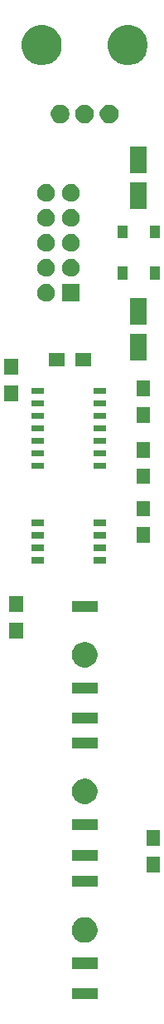
<source format=gbr>
G04 #@! TF.GenerationSoftware,KiCad,Pcbnew,(5.1.5)-3*
G04 #@! TF.CreationDate,2020-05-13T21:41:15+01:00*
G04 #@! TF.ProjectId,Ringo,52696e67-6f2e-46b6-9963-61645f706362,rev?*
G04 #@! TF.SameCoordinates,Original*
G04 #@! TF.FileFunction,Soldermask,Top*
G04 #@! TF.FilePolarity,Negative*
%FSLAX46Y46*%
G04 Gerber Fmt 4.6, Leading zero omitted, Abs format (unit mm)*
G04 Created by KiCad (PCBNEW (5.1.5)-3) date 2020-05-13 21:41:15*
%MOMM*%
%LPD*%
G04 APERTURE LIST*
%ADD10C,0.100000*%
G04 APERTURE END LIST*
D10*
G36*
X146801000Y-145531000D02*
G01*
X144199000Y-145531000D01*
X144199000Y-144429000D01*
X146801000Y-144429000D01*
X146801000Y-145531000D01*
G37*
G36*
X146801000Y-142431000D02*
G01*
X144199000Y-142431000D01*
X144199000Y-141329000D01*
X146801000Y-141329000D01*
X146801000Y-142431000D01*
G37*
G36*
X145879487Y-137248996D02*
G01*
X146116253Y-137347068D01*
X146116255Y-137347069D01*
X146329339Y-137489447D01*
X146510553Y-137670661D01*
X146652932Y-137883747D01*
X146751004Y-138120513D01*
X146801000Y-138371861D01*
X146801000Y-138628139D01*
X146751004Y-138879487D01*
X146652932Y-139116253D01*
X146652931Y-139116255D01*
X146510553Y-139329339D01*
X146329339Y-139510553D01*
X146116255Y-139652931D01*
X146116254Y-139652932D01*
X146116253Y-139652932D01*
X145879487Y-139751004D01*
X145628139Y-139801000D01*
X145371861Y-139801000D01*
X145120513Y-139751004D01*
X144883747Y-139652932D01*
X144883746Y-139652932D01*
X144883745Y-139652931D01*
X144670661Y-139510553D01*
X144489447Y-139329339D01*
X144347069Y-139116255D01*
X144347068Y-139116253D01*
X144248996Y-138879487D01*
X144199000Y-138628139D01*
X144199000Y-138371861D01*
X144248996Y-138120513D01*
X144347068Y-137883747D01*
X144489447Y-137670661D01*
X144670661Y-137489447D01*
X144883745Y-137347069D01*
X144883747Y-137347068D01*
X145120513Y-137248996D01*
X145371861Y-137199000D01*
X145628139Y-137199000D01*
X145879487Y-137248996D01*
G37*
G36*
X146801000Y-134131000D02*
G01*
X144199000Y-134131000D01*
X144199000Y-133029000D01*
X146801000Y-133029000D01*
X146801000Y-134131000D01*
G37*
G36*
X153201000Y-132651000D02*
G01*
X151799000Y-132651000D01*
X151799000Y-131049000D01*
X153201000Y-131049000D01*
X153201000Y-132651000D01*
G37*
G36*
X146801000Y-131431000D02*
G01*
X144199000Y-131431000D01*
X144199000Y-130329000D01*
X146801000Y-130329000D01*
X146801000Y-131431000D01*
G37*
G36*
X153201000Y-129951000D02*
G01*
X151799000Y-129951000D01*
X151799000Y-128349000D01*
X153201000Y-128349000D01*
X153201000Y-129951000D01*
G37*
G36*
X146801000Y-128331000D02*
G01*
X144199000Y-128331000D01*
X144199000Y-127229000D01*
X146801000Y-127229000D01*
X146801000Y-128331000D01*
G37*
G36*
X145879487Y-123148996D02*
G01*
X146116253Y-123247068D01*
X146116255Y-123247069D01*
X146329339Y-123389447D01*
X146510553Y-123570661D01*
X146652932Y-123783747D01*
X146751004Y-124020513D01*
X146801000Y-124271861D01*
X146801000Y-124528139D01*
X146751004Y-124779487D01*
X146652932Y-125016253D01*
X146652931Y-125016255D01*
X146510553Y-125229339D01*
X146329339Y-125410553D01*
X146116255Y-125552931D01*
X146116254Y-125552932D01*
X146116253Y-125552932D01*
X145879487Y-125651004D01*
X145628139Y-125701000D01*
X145371861Y-125701000D01*
X145120513Y-125651004D01*
X144883747Y-125552932D01*
X144883746Y-125552932D01*
X144883745Y-125552931D01*
X144670661Y-125410553D01*
X144489447Y-125229339D01*
X144347069Y-125016255D01*
X144347068Y-125016253D01*
X144248996Y-124779487D01*
X144199000Y-124528139D01*
X144199000Y-124271861D01*
X144248996Y-124020513D01*
X144347068Y-123783747D01*
X144489447Y-123570661D01*
X144670661Y-123389447D01*
X144883745Y-123247069D01*
X144883747Y-123247068D01*
X145120513Y-123148996D01*
X145371861Y-123099000D01*
X145628139Y-123099000D01*
X145879487Y-123148996D01*
G37*
G36*
X146801000Y-120031000D02*
G01*
X144199000Y-120031000D01*
X144199000Y-118929000D01*
X146801000Y-118929000D01*
X146801000Y-120031000D01*
G37*
G36*
X146801000Y-117531000D02*
G01*
X144199000Y-117531000D01*
X144199000Y-116429000D01*
X146801000Y-116429000D01*
X146801000Y-117531000D01*
G37*
G36*
X146801000Y-114431000D02*
G01*
X144199000Y-114431000D01*
X144199000Y-113329000D01*
X146801000Y-113329000D01*
X146801000Y-114431000D01*
G37*
G36*
X145879487Y-109248996D02*
G01*
X146116253Y-109347068D01*
X146116255Y-109347069D01*
X146329339Y-109489447D01*
X146510553Y-109670661D01*
X146652932Y-109883747D01*
X146751004Y-110120513D01*
X146801000Y-110371861D01*
X146801000Y-110628139D01*
X146751004Y-110879487D01*
X146652932Y-111116253D01*
X146652931Y-111116255D01*
X146510553Y-111329339D01*
X146329339Y-111510553D01*
X146116255Y-111652931D01*
X146116254Y-111652932D01*
X146116253Y-111652932D01*
X145879487Y-111751004D01*
X145628139Y-111801000D01*
X145371861Y-111801000D01*
X145120513Y-111751004D01*
X144883747Y-111652932D01*
X144883746Y-111652932D01*
X144883745Y-111652931D01*
X144670661Y-111510553D01*
X144489447Y-111329339D01*
X144347069Y-111116255D01*
X144347068Y-111116253D01*
X144248996Y-110879487D01*
X144199000Y-110628139D01*
X144199000Y-110371861D01*
X144248996Y-110120513D01*
X144347068Y-109883747D01*
X144489447Y-109670661D01*
X144670661Y-109489447D01*
X144883745Y-109347069D01*
X144883747Y-109347068D01*
X145120513Y-109248996D01*
X145371861Y-109199000D01*
X145628139Y-109199000D01*
X145879487Y-109248996D01*
G37*
G36*
X139201000Y-108851000D02*
G01*
X137799000Y-108851000D01*
X137799000Y-107249000D01*
X139201000Y-107249000D01*
X139201000Y-108851000D01*
G37*
G36*
X139201000Y-106151000D02*
G01*
X137799000Y-106151000D01*
X137799000Y-104549000D01*
X139201000Y-104549000D01*
X139201000Y-106151000D01*
G37*
G36*
X146801000Y-106131000D02*
G01*
X144199000Y-106131000D01*
X144199000Y-105029000D01*
X146801000Y-105029000D01*
X146801000Y-106131000D01*
G37*
G36*
X147697500Y-101210000D02*
G01*
X146452500Y-101210000D01*
X146452500Y-100600000D01*
X147697500Y-100600000D01*
X147697500Y-101210000D01*
G37*
G36*
X141347500Y-101210000D02*
G01*
X140102500Y-101210000D01*
X140102500Y-100600000D01*
X141347500Y-100600000D01*
X141347500Y-101210000D01*
G37*
G36*
X147697500Y-99940000D02*
G01*
X146452500Y-99940000D01*
X146452500Y-99330000D01*
X147697500Y-99330000D01*
X147697500Y-99940000D01*
G37*
G36*
X141347500Y-99940000D02*
G01*
X140102500Y-99940000D01*
X140102500Y-99330000D01*
X141347500Y-99330000D01*
X141347500Y-99940000D01*
G37*
G36*
X152201000Y-99151000D02*
G01*
X150799000Y-99151000D01*
X150799000Y-97549000D01*
X152201000Y-97549000D01*
X152201000Y-99151000D01*
G37*
G36*
X141347500Y-98670000D02*
G01*
X140102500Y-98670000D01*
X140102500Y-98060000D01*
X141347500Y-98060000D01*
X141347500Y-98670000D01*
G37*
G36*
X147697500Y-98670000D02*
G01*
X146452500Y-98670000D01*
X146452500Y-98060000D01*
X147697500Y-98060000D01*
X147697500Y-98670000D01*
G37*
G36*
X141347500Y-97400000D02*
G01*
X140102500Y-97400000D01*
X140102500Y-96790000D01*
X141347500Y-96790000D01*
X141347500Y-97400000D01*
G37*
G36*
X147697500Y-97400000D02*
G01*
X146452500Y-97400000D01*
X146452500Y-96790000D01*
X147697500Y-96790000D01*
X147697500Y-97400000D01*
G37*
G36*
X152201000Y-96451000D02*
G01*
X150799000Y-96451000D01*
X150799000Y-94849000D01*
X152201000Y-94849000D01*
X152201000Y-96451000D01*
G37*
G36*
X152201000Y-93151000D02*
G01*
X150799000Y-93151000D01*
X150799000Y-91549000D01*
X152201000Y-91549000D01*
X152201000Y-93151000D01*
G37*
G36*
X141320500Y-91615000D02*
G01*
X140075500Y-91615000D01*
X140075500Y-91005000D01*
X141320500Y-91005000D01*
X141320500Y-91615000D01*
G37*
G36*
X147670500Y-91615000D02*
G01*
X146425500Y-91615000D01*
X146425500Y-91005000D01*
X147670500Y-91005000D01*
X147670500Y-91615000D01*
G37*
G36*
X152201000Y-90451000D02*
G01*
X150799000Y-90451000D01*
X150799000Y-88849000D01*
X152201000Y-88849000D01*
X152201000Y-90451000D01*
G37*
G36*
X147670500Y-90345000D02*
G01*
X146425500Y-90345000D01*
X146425500Y-89735000D01*
X147670500Y-89735000D01*
X147670500Y-90345000D01*
G37*
G36*
X141320500Y-90345000D02*
G01*
X140075500Y-90345000D01*
X140075500Y-89735000D01*
X141320500Y-89735000D01*
X141320500Y-90345000D01*
G37*
G36*
X147670500Y-89075000D02*
G01*
X146425500Y-89075000D01*
X146425500Y-88465000D01*
X147670500Y-88465000D01*
X147670500Y-89075000D01*
G37*
G36*
X141320500Y-89075000D02*
G01*
X140075500Y-89075000D01*
X140075500Y-88465000D01*
X141320500Y-88465000D01*
X141320500Y-89075000D01*
G37*
G36*
X147670500Y-87805000D02*
G01*
X146425500Y-87805000D01*
X146425500Y-87195000D01*
X147670500Y-87195000D01*
X147670500Y-87805000D01*
G37*
G36*
X141320500Y-87805000D02*
G01*
X140075500Y-87805000D01*
X140075500Y-87195000D01*
X141320500Y-87195000D01*
X141320500Y-87805000D01*
G37*
G36*
X152201000Y-86951000D02*
G01*
X150799000Y-86951000D01*
X150799000Y-85349000D01*
X152201000Y-85349000D01*
X152201000Y-86951000D01*
G37*
G36*
X141320500Y-86535000D02*
G01*
X140075500Y-86535000D01*
X140075500Y-85925000D01*
X141320500Y-85925000D01*
X141320500Y-86535000D01*
G37*
G36*
X147670500Y-86535000D02*
G01*
X146425500Y-86535000D01*
X146425500Y-85925000D01*
X147670500Y-85925000D01*
X147670500Y-86535000D01*
G37*
G36*
X147670500Y-85265000D02*
G01*
X146425500Y-85265000D01*
X146425500Y-84655000D01*
X147670500Y-84655000D01*
X147670500Y-85265000D01*
G37*
G36*
X141320500Y-85265000D02*
G01*
X140075500Y-85265000D01*
X140075500Y-84655000D01*
X141320500Y-84655000D01*
X141320500Y-85265000D01*
G37*
G36*
X138701000Y-84751000D02*
G01*
X137299000Y-84751000D01*
X137299000Y-83149000D01*
X138701000Y-83149000D01*
X138701000Y-84751000D01*
G37*
G36*
X152201000Y-84251000D02*
G01*
X150799000Y-84251000D01*
X150799000Y-82649000D01*
X152201000Y-82649000D01*
X152201000Y-84251000D01*
G37*
G36*
X141320500Y-83995000D02*
G01*
X140075500Y-83995000D01*
X140075500Y-83385000D01*
X141320500Y-83385000D01*
X141320500Y-83995000D01*
G37*
G36*
X147670500Y-83995000D02*
G01*
X146425500Y-83995000D01*
X146425500Y-83385000D01*
X147670500Y-83385000D01*
X147670500Y-83995000D01*
G37*
G36*
X138701000Y-82051000D02*
G01*
X137299000Y-82051000D01*
X137299000Y-80449000D01*
X138701000Y-80449000D01*
X138701000Y-82051000D01*
G37*
G36*
X143451000Y-81201000D02*
G01*
X141849000Y-81201000D01*
X141849000Y-79799000D01*
X143451000Y-79799000D01*
X143451000Y-81201000D01*
G37*
G36*
X146151000Y-81201000D02*
G01*
X144549000Y-81201000D01*
X144549000Y-79799000D01*
X146151000Y-79799000D01*
X146151000Y-81201000D01*
G37*
G36*
X151851000Y-80551000D02*
G01*
X150149000Y-80551000D01*
X150149000Y-77849000D01*
X151851000Y-77849000D01*
X151851000Y-80551000D01*
G37*
G36*
X151851000Y-76951000D02*
G01*
X150149000Y-76951000D01*
X150149000Y-74249000D01*
X151851000Y-74249000D01*
X151851000Y-76951000D01*
G37*
G36*
X141673512Y-72803927D02*
G01*
X141822812Y-72833624D01*
X141986784Y-72901544D01*
X142134354Y-73000147D01*
X142259853Y-73125646D01*
X142358456Y-73273216D01*
X142426376Y-73437188D01*
X142461000Y-73611259D01*
X142461000Y-73788741D01*
X142426376Y-73962812D01*
X142358456Y-74126784D01*
X142259853Y-74274354D01*
X142134354Y-74399853D01*
X141986784Y-74498456D01*
X141822812Y-74566376D01*
X141673512Y-74596073D01*
X141648742Y-74601000D01*
X141471258Y-74601000D01*
X141446488Y-74596073D01*
X141297188Y-74566376D01*
X141133216Y-74498456D01*
X140985646Y-74399853D01*
X140860147Y-74274354D01*
X140761544Y-74126784D01*
X140693624Y-73962812D01*
X140659000Y-73788741D01*
X140659000Y-73611259D01*
X140693624Y-73437188D01*
X140761544Y-73273216D01*
X140860147Y-73125646D01*
X140985646Y-73000147D01*
X141133216Y-72901544D01*
X141297188Y-72833624D01*
X141446488Y-72803927D01*
X141471258Y-72799000D01*
X141648742Y-72799000D01*
X141673512Y-72803927D01*
G37*
G36*
X145001000Y-74601000D02*
G01*
X143199000Y-74601000D01*
X143199000Y-72799000D01*
X145001000Y-72799000D01*
X145001000Y-74601000D01*
G37*
G36*
X153151000Y-72351000D02*
G01*
X152149000Y-72351000D01*
X152149000Y-71049000D01*
X153151000Y-71049000D01*
X153151000Y-72351000D01*
G37*
G36*
X149851000Y-72351000D02*
G01*
X148849000Y-72351000D01*
X148849000Y-71049000D01*
X149851000Y-71049000D01*
X149851000Y-72351000D01*
G37*
G36*
X144213512Y-70263927D02*
G01*
X144362812Y-70293624D01*
X144526784Y-70361544D01*
X144674354Y-70460147D01*
X144799853Y-70585646D01*
X144898456Y-70733216D01*
X144966376Y-70897188D01*
X145001000Y-71071259D01*
X145001000Y-71248741D01*
X144966376Y-71422812D01*
X144898456Y-71586784D01*
X144799853Y-71734354D01*
X144674354Y-71859853D01*
X144526784Y-71958456D01*
X144362812Y-72026376D01*
X144213512Y-72056073D01*
X144188742Y-72061000D01*
X144011258Y-72061000D01*
X143986488Y-72056073D01*
X143837188Y-72026376D01*
X143673216Y-71958456D01*
X143525646Y-71859853D01*
X143400147Y-71734354D01*
X143301544Y-71586784D01*
X143233624Y-71422812D01*
X143199000Y-71248741D01*
X143199000Y-71071259D01*
X143233624Y-70897188D01*
X143301544Y-70733216D01*
X143400147Y-70585646D01*
X143525646Y-70460147D01*
X143673216Y-70361544D01*
X143837188Y-70293624D01*
X143986488Y-70263927D01*
X144011258Y-70259000D01*
X144188742Y-70259000D01*
X144213512Y-70263927D01*
G37*
G36*
X141673512Y-70263927D02*
G01*
X141822812Y-70293624D01*
X141986784Y-70361544D01*
X142134354Y-70460147D01*
X142259853Y-70585646D01*
X142358456Y-70733216D01*
X142426376Y-70897188D01*
X142461000Y-71071259D01*
X142461000Y-71248741D01*
X142426376Y-71422812D01*
X142358456Y-71586784D01*
X142259853Y-71734354D01*
X142134354Y-71859853D01*
X141986784Y-71958456D01*
X141822812Y-72026376D01*
X141673512Y-72056073D01*
X141648742Y-72061000D01*
X141471258Y-72061000D01*
X141446488Y-72056073D01*
X141297188Y-72026376D01*
X141133216Y-71958456D01*
X140985646Y-71859853D01*
X140860147Y-71734354D01*
X140761544Y-71586784D01*
X140693624Y-71422812D01*
X140659000Y-71248741D01*
X140659000Y-71071259D01*
X140693624Y-70897188D01*
X140761544Y-70733216D01*
X140860147Y-70585646D01*
X140985646Y-70460147D01*
X141133216Y-70361544D01*
X141297188Y-70293624D01*
X141446488Y-70263927D01*
X141471258Y-70259000D01*
X141648742Y-70259000D01*
X141673512Y-70263927D01*
G37*
G36*
X141673512Y-67723927D02*
G01*
X141822812Y-67753624D01*
X141986784Y-67821544D01*
X142134354Y-67920147D01*
X142259853Y-68045646D01*
X142358456Y-68193216D01*
X142426376Y-68357188D01*
X142461000Y-68531259D01*
X142461000Y-68708741D01*
X142426376Y-68882812D01*
X142358456Y-69046784D01*
X142259853Y-69194354D01*
X142134354Y-69319853D01*
X141986784Y-69418456D01*
X141822812Y-69486376D01*
X141673512Y-69516073D01*
X141648742Y-69521000D01*
X141471258Y-69521000D01*
X141446488Y-69516073D01*
X141297188Y-69486376D01*
X141133216Y-69418456D01*
X140985646Y-69319853D01*
X140860147Y-69194354D01*
X140761544Y-69046784D01*
X140693624Y-68882812D01*
X140659000Y-68708741D01*
X140659000Y-68531259D01*
X140693624Y-68357188D01*
X140761544Y-68193216D01*
X140860147Y-68045646D01*
X140985646Y-67920147D01*
X141133216Y-67821544D01*
X141297188Y-67753624D01*
X141446488Y-67723927D01*
X141471258Y-67719000D01*
X141648742Y-67719000D01*
X141673512Y-67723927D01*
G37*
G36*
X144213512Y-67723927D02*
G01*
X144362812Y-67753624D01*
X144526784Y-67821544D01*
X144674354Y-67920147D01*
X144799853Y-68045646D01*
X144898456Y-68193216D01*
X144966376Y-68357188D01*
X145001000Y-68531259D01*
X145001000Y-68708741D01*
X144966376Y-68882812D01*
X144898456Y-69046784D01*
X144799853Y-69194354D01*
X144674354Y-69319853D01*
X144526784Y-69418456D01*
X144362812Y-69486376D01*
X144213512Y-69516073D01*
X144188742Y-69521000D01*
X144011258Y-69521000D01*
X143986488Y-69516073D01*
X143837188Y-69486376D01*
X143673216Y-69418456D01*
X143525646Y-69319853D01*
X143400147Y-69194354D01*
X143301544Y-69046784D01*
X143233624Y-68882812D01*
X143199000Y-68708741D01*
X143199000Y-68531259D01*
X143233624Y-68357188D01*
X143301544Y-68193216D01*
X143400147Y-68045646D01*
X143525646Y-67920147D01*
X143673216Y-67821544D01*
X143837188Y-67753624D01*
X143986488Y-67723927D01*
X144011258Y-67719000D01*
X144188742Y-67719000D01*
X144213512Y-67723927D01*
G37*
G36*
X149851000Y-68151000D02*
G01*
X148849000Y-68151000D01*
X148849000Y-66849000D01*
X149851000Y-66849000D01*
X149851000Y-68151000D01*
G37*
G36*
X153151000Y-68151000D02*
G01*
X152149000Y-68151000D01*
X152149000Y-66849000D01*
X153151000Y-66849000D01*
X153151000Y-68151000D01*
G37*
G36*
X141673512Y-65183927D02*
G01*
X141822812Y-65213624D01*
X141986784Y-65281544D01*
X142134354Y-65380147D01*
X142259853Y-65505646D01*
X142358456Y-65653216D01*
X142426376Y-65817188D01*
X142461000Y-65991259D01*
X142461000Y-66168741D01*
X142426376Y-66342812D01*
X142358456Y-66506784D01*
X142259853Y-66654354D01*
X142134354Y-66779853D01*
X141986784Y-66878456D01*
X141822812Y-66946376D01*
X141673512Y-66976073D01*
X141648742Y-66981000D01*
X141471258Y-66981000D01*
X141446488Y-66976073D01*
X141297188Y-66946376D01*
X141133216Y-66878456D01*
X140985646Y-66779853D01*
X140860147Y-66654354D01*
X140761544Y-66506784D01*
X140693624Y-66342812D01*
X140659000Y-66168741D01*
X140659000Y-65991259D01*
X140693624Y-65817188D01*
X140761544Y-65653216D01*
X140860147Y-65505646D01*
X140985646Y-65380147D01*
X141133216Y-65281544D01*
X141297188Y-65213624D01*
X141446488Y-65183927D01*
X141471258Y-65179000D01*
X141648742Y-65179000D01*
X141673512Y-65183927D01*
G37*
G36*
X144213512Y-65183927D02*
G01*
X144362812Y-65213624D01*
X144526784Y-65281544D01*
X144674354Y-65380147D01*
X144799853Y-65505646D01*
X144898456Y-65653216D01*
X144966376Y-65817188D01*
X145001000Y-65991259D01*
X145001000Y-66168741D01*
X144966376Y-66342812D01*
X144898456Y-66506784D01*
X144799853Y-66654354D01*
X144674354Y-66779853D01*
X144526784Y-66878456D01*
X144362812Y-66946376D01*
X144213512Y-66976073D01*
X144188742Y-66981000D01*
X144011258Y-66981000D01*
X143986488Y-66976073D01*
X143837188Y-66946376D01*
X143673216Y-66878456D01*
X143525646Y-66779853D01*
X143400147Y-66654354D01*
X143301544Y-66506784D01*
X143233624Y-66342812D01*
X143199000Y-66168741D01*
X143199000Y-65991259D01*
X143233624Y-65817188D01*
X143301544Y-65653216D01*
X143400147Y-65505646D01*
X143525646Y-65380147D01*
X143673216Y-65281544D01*
X143837188Y-65213624D01*
X143986488Y-65183927D01*
X144011258Y-65179000D01*
X144188742Y-65179000D01*
X144213512Y-65183927D01*
G37*
G36*
X151851000Y-65151000D02*
G01*
X150149000Y-65151000D01*
X150149000Y-62449000D01*
X151851000Y-62449000D01*
X151851000Y-65151000D01*
G37*
G36*
X141673512Y-62643927D02*
G01*
X141822812Y-62673624D01*
X141986784Y-62741544D01*
X142134354Y-62840147D01*
X142259853Y-62965646D01*
X142358456Y-63113216D01*
X142426376Y-63277188D01*
X142461000Y-63451259D01*
X142461000Y-63628741D01*
X142426376Y-63802812D01*
X142358456Y-63966784D01*
X142259853Y-64114354D01*
X142134354Y-64239853D01*
X141986784Y-64338456D01*
X141822812Y-64406376D01*
X141673512Y-64436073D01*
X141648742Y-64441000D01*
X141471258Y-64441000D01*
X141446488Y-64436073D01*
X141297188Y-64406376D01*
X141133216Y-64338456D01*
X140985646Y-64239853D01*
X140860147Y-64114354D01*
X140761544Y-63966784D01*
X140693624Y-63802812D01*
X140659000Y-63628741D01*
X140659000Y-63451259D01*
X140693624Y-63277188D01*
X140761544Y-63113216D01*
X140860147Y-62965646D01*
X140985646Y-62840147D01*
X141133216Y-62741544D01*
X141297188Y-62673624D01*
X141446488Y-62643927D01*
X141471258Y-62639000D01*
X141648742Y-62639000D01*
X141673512Y-62643927D01*
G37*
G36*
X144213512Y-62643927D02*
G01*
X144362812Y-62673624D01*
X144526784Y-62741544D01*
X144674354Y-62840147D01*
X144799853Y-62965646D01*
X144898456Y-63113216D01*
X144966376Y-63277188D01*
X145001000Y-63451259D01*
X145001000Y-63628741D01*
X144966376Y-63802812D01*
X144898456Y-63966784D01*
X144799853Y-64114354D01*
X144674354Y-64239853D01*
X144526784Y-64338456D01*
X144362812Y-64406376D01*
X144213512Y-64436073D01*
X144188742Y-64441000D01*
X144011258Y-64441000D01*
X143986488Y-64436073D01*
X143837188Y-64406376D01*
X143673216Y-64338456D01*
X143525646Y-64239853D01*
X143400147Y-64114354D01*
X143301544Y-63966784D01*
X143233624Y-63802812D01*
X143199000Y-63628741D01*
X143199000Y-63451259D01*
X143233624Y-63277188D01*
X143301544Y-63113216D01*
X143400147Y-62965646D01*
X143525646Y-62840147D01*
X143673216Y-62741544D01*
X143837188Y-62673624D01*
X143986488Y-62643927D01*
X144011258Y-62639000D01*
X144188742Y-62639000D01*
X144213512Y-62643927D01*
G37*
G36*
X151851000Y-61551000D02*
G01*
X150149000Y-61551000D01*
X150149000Y-58849000D01*
X151851000Y-58849000D01*
X151851000Y-61551000D01*
G37*
G36*
X143277395Y-54585546D02*
G01*
X143450466Y-54657234D01*
X143450467Y-54657235D01*
X143606227Y-54761310D01*
X143738690Y-54893773D01*
X143738691Y-54893775D01*
X143842766Y-55049534D01*
X143914454Y-55222605D01*
X143951000Y-55406333D01*
X143951000Y-55593667D01*
X143914454Y-55777395D01*
X143842766Y-55950466D01*
X143842765Y-55950467D01*
X143738690Y-56106227D01*
X143606227Y-56238690D01*
X143527818Y-56291081D01*
X143450466Y-56342766D01*
X143277395Y-56414454D01*
X143093667Y-56451000D01*
X142906333Y-56451000D01*
X142722605Y-56414454D01*
X142549534Y-56342766D01*
X142472182Y-56291081D01*
X142393773Y-56238690D01*
X142261310Y-56106227D01*
X142157235Y-55950467D01*
X142157234Y-55950466D01*
X142085546Y-55777395D01*
X142049000Y-55593667D01*
X142049000Y-55406333D01*
X142085546Y-55222605D01*
X142157234Y-55049534D01*
X142261309Y-54893775D01*
X142261310Y-54893773D01*
X142393773Y-54761310D01*
X142549533Y-54657235D01*
X142549534Y-54657234D01*
X142722605Y-54585546D01*
X142906333Y-54549000D01*
X143093667Y-54549000D01*
X143277395Y-54585546D01*
G37*
G36*
X145777395Y-54585546D02*
G01*
X145950466Y-54657234D01*
X145950467Y-54657235D01*
X146106227Y-54761310D01*
X146238690Y-54893773D01*
X146238691Y-54893775D01*
X146342766Y-55049534D01*
X146414454Y-55222605D01*
X146451000Y-55406333D01*
X146451000Y-55593667D01*
X146414454Y-55777395D01*
X146342766Y-55950466D01*
X146342765Y-55950467D01*
X146238690Y-56106227D01*
X146106227Y-56238690D01*
X146027818Y-56291081D01*
X145950466Y-56342766D01*
X145777395Y-56414454D01*
X145593667Y-56451000D01*
X145406333Y-56451000D01*
X145222605Y-56414454D01*
X145049534Y-56342766D01*
X144972182Y-56291081D01*
X144893773Y-56238690D01*
X144761310Y-56106227D01*
X144657235Y-55950467D01*
X144657234Y-55950466D01*
X144585546Y-55777395D01*
X144549000Y-55593667D01*
X144549000Y-55406333D01*
X144585546Y-55222605D01*
X144657234Y-55049534D01*
X144761309Y-54893775D01*
X144761310Y-54893773D01*
X144893773Y-54761310D01*
X145049533Y-54657235D01*
X145049534Y-54657234D01*
X145222605Y-54585546D01*
X145406333Y-54549000D01*
X145593667Y-54549000D01*
X145777395Y-54585546D01*
G37*
G36*
X148277395Y-54585546D02*
G01*
X148450466Y-54657234D01*
X148450467Y-54657235D01*
X148606227Y-54761310D01*
X148738690Y-54893773D01*
X148738691Y-54893775D01*
X148842766Y-55049534D01*
X148914454Y-55222605D01*
X148951000Y-55406333D01*
X148951000Y-55593667D01*
X148914454Y-55777395D01*
X148842766Y-55950466D01*
X148842765Y-55950467D01*
X148738690Y-56106227D01*
X148606227Y-56238690D01*
X148527818Y-56291081D01*
X148450466Y-56342766D01*
X148277395Y-56414454D01*
X148093667Y-56451000D01*
X147906333Y-56451000D01*
X147722605Y-56414454D01*
X147549534Y-56342766D01*
X147472182Y-56291081D01*
X147393773Y-56238690D01*
X147261310Y-56106227D01*
X147157235Y-55950467D01*
X147157234Y-55950466D01*
X147085546Y-55777395D01*
X147049000Y-55593667D01*
X147049000Y-55406333D01*
X147085546Y-55222605D01*
X147157234Y-55049534D01*
X147261309Y-54893775D01*
X147261310Y-54893773D01*
X147393773Y-54761310D01*
X147549533Y-54657235D01*
X147549534Y-54657234D01*
X147722605Y-54585546D01*
X147906333Y-54549000D01*
X148093667Y-54549000D01*
X148277395Y-54585546D01*
G37*
G36*
X150498254Y-46527818D02*
G01*
X150871511Y-46682426D01*
X150871513Y-46682427D01*
X151207436Y-46906884D01*
X151493116Y-47192564D01*
X151717574Y-47528489D01*
X151872182Y-47901746D01*
X151951000Y-48297993D01*
X151951000Y-48702007D01*
X151872182Y-49098254D01*
X151717574Y-49471511D01*
X151717573Y-49471513D01*
X151493116Y-49807436D01*
X151207436Y-50093116D01*
X150871513Y-50317573D01*
X150871512Y-50317574D01*
X150871511Y-50317574D01*
X150498254Y-50472182D01*
X150102007Y-50551000D01*
X149697993Y-50551000D01*
X149301746Y-50472182D01*
X148928489Y-50317574D01*
X148928488Y-50317574D01*
X148928487Y-50317573D01*
X148592564Y-50093116D01*
X148306884Y-49807436D01*
X148082427Y-49471513D01*
X148082426Y-49471511D01*
X147927818Y-49098254D01*
X147849000Y-48702007D01*
X147849000Y-48297993D01*
X147927818Y-47901746D01*
X148082426Y-47528489D01*
X148306884Y-47192564D01*
X148592564Y-46906884D01*
X148928487Y-46682427D01*
X148928489Y-46682426D01*
X149301746Y-46527818D01*
X149697993Y-46449000D01*
X150102007Y-46449000D01*
X150498254Y-46527818D01*
G37*
G36*
X141698254Y-46527818D02*
G01*
X142071511Y-46682426D01*
X142071513Y-46682427D01*
X142407436Y-46906884D01*
X142693116Y-47192564D01*
X142917574Y-47528489D01*
X143072182Y-47901746D01*
X143151000Y-48297993D01*
X143151000Y-48702007D01*
X143072182Y-49098254D01*
X142917574Y-49471511D01*
X142917573Y-49471513D01*
X142693116Y-49807436D01*
X142407436Y-50093116D01*
X142071513Y-50317573D01*
X142071512Y-50317574D01*
X142071511Y-50317574D01*
X141698254Y-50472182D01*
X141302007Y-50551000D01*
X140897993Y-50551000D01*
X140501746Y-50472182D01*
X140128489Y-50317574D01*
X140128488Y-50317574D01*
X140128487Y-50317573D01*
X139792564Y-50093116D01*
X139506884Y-49807436D01*
X139282427Y-49471513D01*
X139282426Y-49471511D01*
X139127818Y-49098254D01*
X139049000Y-48702007D01*
X139049000Y-48297993D01*
X139127818Y-47901746D01*
X139282426Y-47528489D01*
X139506884Y-47192564D01*
X139792564Y-46906884D01*
X140128487Y-46682427D01*
X140128489Y-46682426D01*
X140501746Y-46527818D01*
X140897993Y-46449000D01*
X141302007Y-46449000D01*
X141698254Y-46527818D01*
G37*
M02*

</source>
